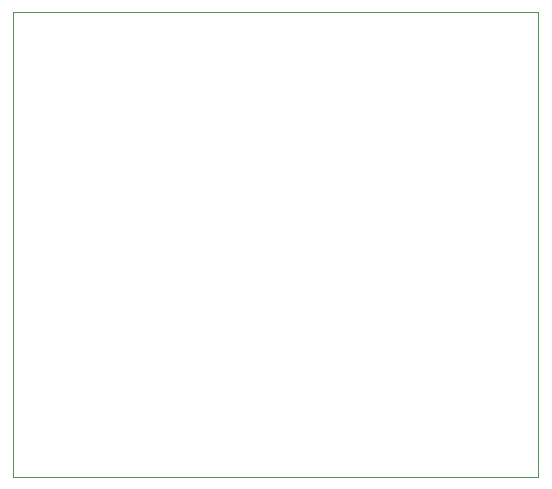
<source format=gbr>
%TF.GenerationSoftware,KiCad,Pcbnew,(5.1.9)-1*%
%TF.CreationDate,2021-03-19T20:09:11+05:30*%
%TF.ProjectId,test2,74657374-322e-46b6-9963-61645f706362,rev?*%
%TF.SameCoordinates,Original*%
%TF.FileFunction,Profile,NP*%
%FSLAX46Y46*%
G04 Gerber Fmt 4.6, Leading zero omitted, Abs format (unit mm)*
G04 Created by KiCad (PCBNEW (5.1.9)-1) date 2021-03-19 20:09:11*
%MOMM*%
%LPD*%
G01*
G04 APERTURE LIST*
%TA.AperFunction,Profile*%
%ADD10C,0.050000*%
%TD*%
G04 APERTURE END LIST*
D10*
X140970000Y-114300000D02*
X96520000Y-114300000D01*
X140970000Y-74930000D02*
X140970000Y-114300000D01*
X96520000Y-74930000D02*
X140970000Y-74930000D01*
X96520000Y-114300000D02*
X96520000Y-74930000D01*
M02*

</source>
